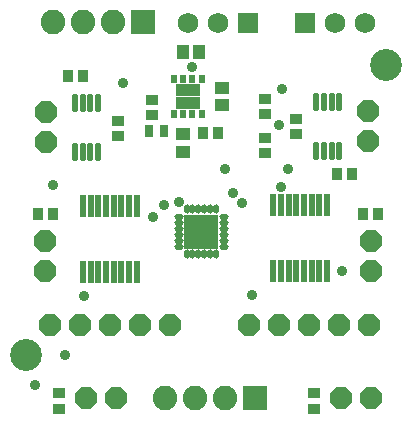
<source format=gts>
G04 Layer_Color=20142*
%FSLAX43Y43*%
%MOMM*%
G71*
G01*
G75*
%ADD47R,1.153X1.103*%
%ADD48R,1.103X1.153*%
%ADD49R,1.103X0.953*%
%ADD50R,2.590X2.590*%
G04:AMPARAMS|DCode=51|XSize=0.783mm|YSize=0.443mm|CornerRadius=0.162mm|HoleSize=0mm|Usage=FLASHONLY|Rotation=180.000|XOffset=0mm|YOffset=0mm|HoleType=Round|Shape=RoundedRectangle|*
%AMROUNDEDRECTD51*
21,1,0.783,0.120,0,0,180.0*
21,1,0.460,0.443,0,0,180.0*
1,1,0.323,-0.230,0.060*
1,1,0.323,0.230,0.060*
1,1,0.323,0.230,-0.060*
1,1,0.323,-0.230,-0.060*
%
%ADD51ROUNDEDRECTD51*%
G04:AMPARAMS|DCode=52|XSize=0.783mm|YSize=0.443mm|CornerRadius=0.162mm|HoleSize=0mm|Usage=FLASHONLY|Rotation=90.000|XOffset=0mm|YOffset=0mm|HoleType=Round|Shape=RoundedRectangle|*
%AMROUNDEDRECTD52*
21,1,0.783,0.120,0,0,90.0*
21,1,0.460,0.443,0,0,90.0*
1,1,0.323,0.060,0.230*
1,1,0.323,0.060,-0.230*
1,1,0.323,-0.060,-0.230*
1,1,0.323,-0.060,0.230*
%
%ADD52ROUNDEDRECTD52*%
%ADD53R,2.903X2.903*%
%ADD54R,0.803X1.003*%
%ADD55R,1.203X1.003*%
%ADD56R,0.903X1.103*%
%ADD57R,2.103X1.003*%
%ADD58R,0.603X0.653*%
%ADD59O,0.553X1.553*%
%ADD60R,1.103X0.903*%
%ADD61R,0.503X1.853*%
%ADD62C,1.753*%
%ADD63R,1.753X1.753*%
%ADD64R,2.083X2.083*%
%ADD65C,2.083*%
%ADD66P,2.034X8X202.5*%
%ADD67P,2.034X8X292.5*%
%ADD68C,2.703*%
%ADD69C,0.903*%
%ADD70C,0.603*%
%ADD71C,0.889*%
D47*
X64389Y75627D02*
D03*
Y77027D02*
D03*
D48*
X61022Y80137D02*
D03*
X62422D02*
D03*
D49*
X58420Y74813D02*
D03*
Y76063D02*
D03*
D50*
X62611Y64897D02*
D03*
D51*
X64523Y63647D02*
D03*
Y64147D02*
D03*
Y64647D02*
D03*
Y66147D02*
D03*
Y65647D02*
D03*
Y65147D02*
D03*
X60698Y65647D02*
D03*
X60699Y66147D02*
D03*
X60698Y65147D02*
D03*
Y64647D02*
D03*
Y64147D02*
D03*
Y63647D02*
D03*
D52*
X61361Y62985D02*
D03*
Y66810D02*
D03*
X61861D02*
D03*
X62361D02*
D03*
X62861D02*
D03*
X63361D02*
D03*
X63861D02*
D03*
Y62985D02*
D03*
X63361D02*
D03*
X62861D02*
D03*
X61861D02*
D03*
X62361D02*
D03*
D53*
X62611Y64897D02*
D03*
D54*
X58151Y73406D02*
D03*
X59451D02*
D03*
D55*
X61087Y73140D02*
D03*
Y71640D02*
D03*
D56*
X64023Y73279D02*
D03*
X62723D02*
D03*
X51293Y78105D02*
D03*
X52593D02*
D03*
X76312Y66421D02*
D03*
X77612D02*
D03*
X48753D02*
D03*
X50053D02*
D03*
X75382Y69766D02*
D03*
X74082D02*
D03*
D57*
X61468Y75777D02*
D03*
Y76877D02*
D03*
D58*
X60268Y74852D02*
D03*
X61068D02*
D03*
X61868D02*
D03*
X62668D02*
D03*
Y77802D02*
D03*
X61868D02*
D03*
X61068D02*
D03*
X60268D02*
D03*
D59*
X53878Y75819D02*
D03*
X53228D02*
D03*
X52578D02*
D03*
X51928D02*
D03*
X53878Y71669D02*
D03*
X53228D02*
D03*
X52578D02*
D03*
X51928D02*
D03*
X72360Y71755D02*
D03*
X73010D02*
D03*
X73660D02*
D03*
X74310D02*
D03*
X72360Y75905D02*
D03*
X73010D02*
D03*
X73660D02*
D03*
X74310D02*
D03*
D60*
X55570Y74267D02*
D03*
Y72967D02*
D03*
X50546Y49929D02*
D03*
Y51229D02*
D03*
X72136Y49929D02*
D03*
Y51229D02*
D03*
X68001Y74831D02*
D03*
Y76131D02*
D03*
Y71529D02*
D03*
Y72829D02*
D03*
X70668Y73180D02*
D03*
Y74480D02*
D03*
D61*
X68718Y61614D02*
D03*
X69368D02*
D03*
X70018D02*
D03*
X70668D02*
D03*
X71318D02*
D03*
X71968D02*
D03*
X72618D02*
D03*
X73268D02*
D03*
X68718Y67164D02*
D03*
X69368D02*
D03*
X70018D02*
D03*
X70668D02*
D03*
X71318D02*
D03*
X71968D02*
D03*
X72618D02*
D03*
X73268D02*
D03*
X52589Y61487D02*
D03*
X53239D02*
D03*
X53889D02*
D03*
X54539D02*
D03*
X55189D02*
D03*
X55839D02*
D03*
X56489D02*
D03*
X57139D02*
D03*
X52589Y67037D02*
D03*
X53239D02*
D03*
X53889D02*
D03*
X54539D02*
D03*
X55189D02*
D03*
X55839D02*
D03*
X56489D02*
D03*
X57139D02*
D03*
D62*
X61468Y82550D02*
D03*
X64008D02*
D03*
X76454D02*
D03*
X73914D02*
D03*
D63*
X66548D02*
D03*
X71374D02*
D03*
D64*
X57658Y82677D02*
D03*
X67183Y50825D02*
D03*
D65*
X55118Y82677D02*
D03*
X52578D02*
D03*
X50038D02*
D03*
X64643Y50825D02*
D03*
X62103D02*
D03*
X59563D02*
D03*
D66*
X49474Y75014D02*
D03*
Y72474D02*
D03*
X76962Y61595D02*
D03*
Y64135D02*
D03*
X49403Y61595D02*
D03*
Y64135D02*
D03*
X76764Y72560D02*
D03*
Y75100D02*
D03*
D67*
X66675Y57023D02*
D03*
X69215D02*
D03*
X71755D02*
D03*
X74295D02*
D03*
X76835D02*
D03*
X49784D02*
D03*
X52324D02*
D03*
X54864D02*
D03*
X57404D02*
D03*
X59944D02*
D03*
X55372Y50800D02*
D03*
X52832D02*
D03*
X76962D02*
D03*
X74422D02*
D03*
D68*
X47752Y54483D02*
D03*
X78232Y78994D02*
D03*
D69*
X69215Y73914D02*
D03*
X56007Y77470D02*
D03*
X64643Y70231D02*
D03*
X69977D02*
D03*
X69342Y68707D02*
D03*
X60706Y67437D02*
D03*
X61868Y78848D02*
D03*
X69469Y76962D02*
D03*
X48514Y51943D02*
D03*
X50053Y68819D02*
D03*
X66929Y59563D02*
D03*
X66040Y67310D02*
D03*
X65278Y68199D02*
D03*
X58547Y66167D02*
D03*
X59436Y67183D02*
D03*
X74568Y61614D02*
D03*
X52705Y59436D02*
D03*
X51054Y54483D02*
D03*
D70*
X62611Y64897D02*
D03*
Y63797D02*
D03*
X63711Y64897D02*
D03*
X61511D02*
D03*
X62611Y65997D02*
D03*
D71*
X61468Y76877D02*
D03*
Y75777D02*
D03*
M02*

</source>
